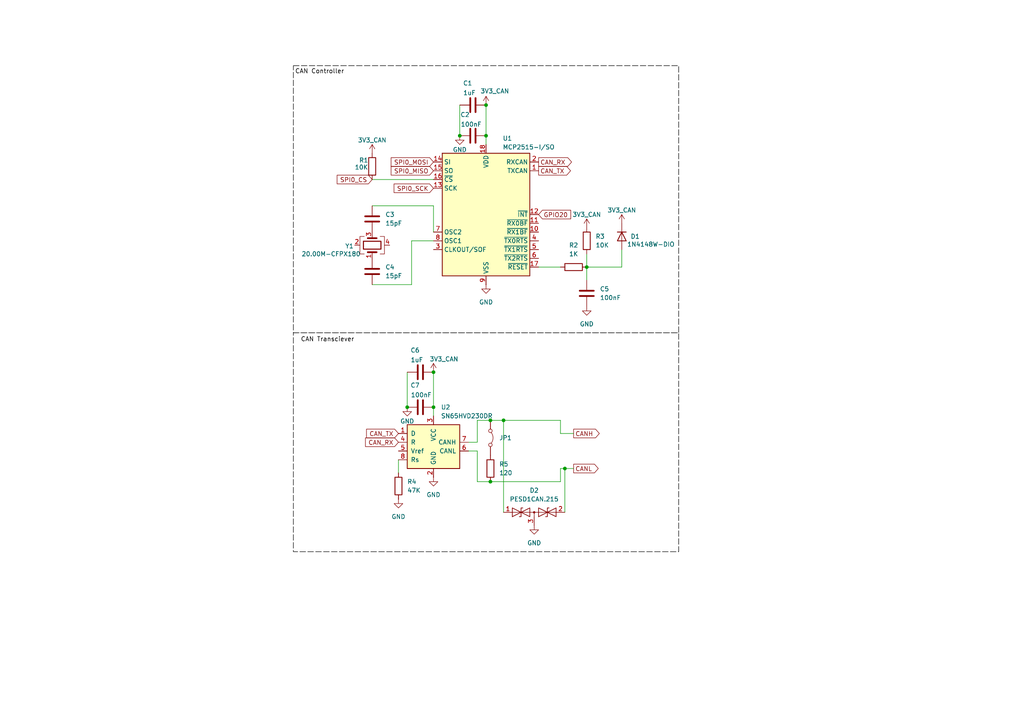
<source format=kicad_sch>
(kicad_sch (version 20250114) (generator "eeschema") (generator_version "9.0")
  (paper "A4")
  (title_block (title "CAN-Interface") (date "2025-10-26") (rev "1.0") (company "PKl"))
  (lib_symbols
    (symbol "Device:C" (pin_numbers (hide yes)) (pin_names (offset 0.254))
      (property "Reference" "C" (at 0.635 2.54 0))
      (property "Value" "C" (at 0.635 -2.54 0))
      (symbol "C_0_1"
        (polyline (pts (xy -2.032 0.762) (xy 2.032 0.762)) (stroke (width 0.508)))
        (polyline (pts (xy -2.032 -0.762) (xy 2.032 -0.762)) (stroke (width 0.508)))
      )
      (symbol "C_1_1"
        (pin passive line (at 0 3.81 270) (length 2.794) (name "~") (number "1"))
        (pin passive line (at 0 -3.81 90) (length 2.794) (name "~") (number "2"))
      )
    )
    (symbol "Device:Crystal_GND24" (pin_names (offset 1.016) (hide yes))
      (property "Reference" "Y" (at 3.175 5.08 0))
      (property "Value" "Crystal_GND24" (at 3.175 3.175 0))
      (symbol "Crystal_GND24_0_1"
        (polyline (pts (xy -2.54 2.286) (xy -2.54 3.556) (xy 2.54 3.556) (xy 2.54 2.286)))
        (polyline (pts (xy -2.54 0) (xy -2.032 0)))
        (polyline (pts (xy -2.54 -2.286) (xy -2.54 -3.556) (xy 2.54 -3.556) (xy 2.54 -2.286)))
        (polyline (pts (xy -2.032 -1.27) (xy -2.032 1.27)) (stroke (width 0.508)))
        (rectangle (start -1.143 2.54) (end 1.143 -2.54) (stroke (width 0.3048)))
        (polyline (pts (xy 0 3.556) (xy 0 3.81)))
        (polyline (pts (xy 0 -3.81) (xy 0 -3.556)))
        (polyline (pts (xy 2.032 0) (xy 2.54 0)))
        (polyline (pts (xy 2.032 -1.27) (xy 2.032 1.27)) (stroke (width 0.508)))
      )
      (symbol "Crystal_GND24_1_1"
        (pin passive line (at -3.81 0 0) (length 1.27) (name "1") (number "1"))
        (pin passive line (at 0 5.08 270) (length 1.27) (name "2") (number "2"))
        (pin passive line (at 0 -5.08 90) (length 1.27) (name "4") (number "4"))
        (pin passive line (at 3.81 0 180) (length 1.27) (name "3") (number "3"))
      )
    )
    (symbol "Device:R" (pin_numbers (hide yes)) (pin_names (offset 0))
      (property "Reference" "R" (at 2.032 0 90))
      (property "Value" "R" (at 0 0 90))
      (symbol "R_0_1"
        (rectangle (start -1.016 -2.54) (end 1.016 2.54) (stroke (width 0.254)))
      )
      (symbol "R_1_1"
        (pin passive line (at 0 3.81 270) (length 1.27) (name "~") (number "1"))
        (pin passive line (at 0 -3.81 90) (length 1.27) (name "~") (number "2"))
      )
    )
    (symbol "Diode:1N4148W" (pin_numbers (hide yes)) (pin_names (hide yes))
      (property "Reference" "D" (at 0 2.54 0))
      (property "Value" "1N4148W" (at 0 -2.54 0))
      (symbol "1N4148W_0_1"
        (polyline (pts (xy -1.27 1.27) (xy -1.27 -1.27)) (stroke (width 0.254)))
        (polyline (pts (xy 1.27 1.27) (xy 1.27 -1.27) (xy -1.27 0) (xy 1.27 1.27)) (stroke (width 0.254)))
        (polyline (pts (xy 1.27 0) (xy -1.27 0)))
      )
      (symbol "1N4148W_1_1"
        (pin passive line (at -3.81 0 0) (length 2.54) (name "K") (number "1"))
        (pin passive line (at 3.81 0 180) (length 2.54) (name "A") (number "2"))
      )
    )
    (symbol "Diode:SM712_SOT23" (pin_names (offset 1.016) (hide yes))
      (property "Reference" "D" (at 0 4.445 0))
      (property "Value" "SM712_SOT23" (at 0 2.54 0))
      (symbol "SM712_SOT23_0_0"
        (polyline (pts (xy 0 -1.27) (xy 0 0)))
      )
      (symbol "SM712_SOT23_0_1"
        (polyline (pts (xy -6.35 0) (xy 6.35 0)))
        (polyline (pts (xy -6.35 -1.27) (xy -1.27 1.27) (xy -1.27 -1.27) (xy -6.35 1.27) (xy -6.35 -1.27)) (stroke (width 0.2032)))
        (polyline (pts (xy -3.302 1.27) (xy -3.81 1.27) (xy -3.81 -1.27) (xy -4.318 -1.27)) (stroke (width 0.2032)))
        (circle (center 0 0) (radius 0.254) (fill (type outline)))
        (polyline (pts (xy 1.27 -1.27) (xy 1.27 1.27) (xy 6.35 -1.27) (xy 6.35 1.27) (xy 1.27 -1.27)) (stroke (width 0.2032)))
        (polyline (pts (xy 4.318 1.27) (xy 3.81 1.27) (xy 3.81 -1.27) (xy 3.302 -1.27)) (stroke (width 0.2032)))
      )
      (symbol "SM712_SOT23_1_1"
        (pin passive line (at -8.89 0 0) (length 2.54) (name "A1") (number "1"))
        (pin input line (at 0 -3.81 90) (length 2.54) (name "common") (number "3"))
        (pin passive line (at 8.89 0 180) (length 2.54) (name "A2") (number "2"))
      )
    )
    (symbol "Interface_CAN_LIN:MCP2515-xSO"
      (property "Reference" "U" (at -10.16 19.685 0))
      (property "Value" "MCP2515-xSO" (at 19.05 20.32 0))
      (symbol "MCP2515-xSO_0_1"
        (rectangle (start -12.7 17.78) (end 12.7 -17.78) (stroke (width 0.254)) (fill (type background)))
      )
      (symbol "MCP2515-xSO_1_1"
        (pin input line (at -15.24 15.24 0) (length 2.54) (name "SI") (number "14"))
        (pin output line (at -15.24 12.7 0) (length 2.54) (name "SO") (number "15"))
        (pin input line (at -15.24 10.16 0) (length 2.54) (name "~{CS}") (number "16"))
        (pin input line (at -15.24 7.62 0) (length 2.54) (name "SCK") (number "13"))
        (pin output line (at -15.24 -5.08 0) (length 2.54) (name "OSC2") (number "7"))
        (pin input line (at -15.24 -7.62 0) (length 2.54) (name "OSC1") (number "8"))
        (pin output line (at -15.24 -10.16 0) (length 2.54) (name "CLKOUT/SOF") (number "3"))
        (pin power_in line (at 0 20.32 270) (length 2.54) (name "VDD") (number "18"))
        (pin power_in line (at 0 -20.32 90) (length 2.54) (name "VSS") (number "9"))
        (pin input line (at 15.24 15.24 180) (length 2.54) (name "RXCAN") (number "2"))
        (pin output line (at 15.24 12.7 180) (length 2.54) (name "TXCAN") (number "1"))
        (pin output line (at 15.24 0 180) (length 2.54) (name "~{INT}") (number "12"))
        (pin output line (at 15.24 -2.54 180) (length 2.54) (name "~{RX0BF}") (number "11"))
        (pin output line (at 15.24 -5.08 180) (length 2.54) (name "~{RX1BF}") (number "10"))
        (pin input line (at 15.24 -7.62 180) (length 2.54) (name "~{TX0RTS}") (number "4"))
        (pin input line (at 15.24 -10.16 180) (length 2.54) (name "~{TX1RTS}") (number "5"))
        (pin input line (at 15.24 -12.7 180) (length 2.54) (name "~{TX2RTS}") (number "6"))
        (pin input line (at 15.24 -15.24 180) (length 2.54) (name "~{RESET}") (number "17"))
      )
    )
    (symbol "Interface_CAN_LIN:SN65HVD230" (pin_names (offset 1.016))
      (property "Reference" "U" (at -2.54 10.16 0))
      (property "Value" "SN65HVD230" (at -2.54 7.62 0))
      (symbol "SN65HVD230_0_1"
        (rectangle (start -7.62 5.08) (end 7.62 -7.62) (stroke (width 0.254)) (fill (type background)))
      )
      (symbol "SN65HVD230_1_1"
        (pin input line (at -10.16 2.54 0) (length 2.54) (name "D") (number "1"))
        (pin output line (at -10.16 0 0) (length 2.54) (name "R") (number "4"))
        (pin output line (at -10.16 -2.54 0) (length 2.54) (name "Vref") (number "5"))
        (pin input line (at -10.16 -5.08 0) (length 2.54) (name "Rs") (number "8"))
        (pin power_in line (at 0 7.62 270) (length 2.54) (name "VCC") (number "3"))
        (pin power_in line (at 0 -10.16 90) (length 2.54) (name "GND") (number "2"))
        (pin bidirectional line (at 10.16 0 180) (length 2.54) (name "CANH") (number "7"))
        (pin bidirectional line (at 10.16 -2.54 180) (length 2.54) (name "CANL") (number "6"))
      )
    )
    (symbol "Jumper:Jumper_2_Bridged" (pin_numbers (hide yes)) (pin_names (offset 0) (hide yes))
      (property "Reference" "JP" (at 0 1.905 0))
      (property "Value" "Jumper_2_Bridged" (at 0 -2.54 0))
      (symbol "Jumper_2_Bridged_0_0"
        (circle (center -2.032 0) (radius 0.508))
        (circle (center 2.032 0) (radius 0.508))
      )
      (symbol "Jumper_2_Bridged_0_1"
        (arc (start -1.524 0.254) (mid 0 0.762) (end 1.524 0.254))
      )
      (symbol "Jumper_2_Bridged_1_1"
        (pin passive line (at -5.08 0 0) (length 2.54) (name "A") (number "1"))
        (pin passive line (at 5.08 0 180) (length 2.54) (name "B") (number "2"))
      )
    )
    (symbol "power:+3.3V" (power) (pin_numbers (hide yes)) (pin_names (offset 0) (hide yes))
      (property "Value" "+3.3V" (at 0 3.556 0))
      (symbol "+3.3V_0_1"
        (polyline (pts (xy -0.762 1.27) (xy 0 2.54)))
        (polyline (pts (xy 0 2.54) (xy 0.762 1.27)))
        (polyline (pts (xy 0 0) (xy 0 2.54)))
      )
      (symbol "+3.3V_1_1"
        (pin power_in line (at 0 0 90) (length 0) (name "~") (number "1"))
      )
    )
    (symbol "power:GND" (power) (pin_numbers (hide yes)) (pin_names (offset 0) (hide yes))
      (property "Value" "GND" (at 0 -3.81 0))
      (symbol "GND_0_1"
        (polyline (pts (xy 0 0) (xy 0 -1.27) (xy 1.27 -1.27) (xy 0 -2.54) (xy -1.27 -1.27) (xy 0 -1.27)))
      )
      (symbol "GND_1_1"
        (pin power_in line (at 0 0 270) (length 0) (name "~") (number "1"))
      )
    )
  )
  (rectangle (start 85.09 19.05) (end 196.85 96.52) (stroke (width 0) (type dash) (color 0 0 0 1)))
  (rectangle (start 85.09 96.52) (end 196.85 160.02) (stroke (width 0) (type dash) (color 0 0 0 1)))
  (text "CAN Transciever" (at 94.996 98.552 0) (effects (font (size 1.27 1.27))))
  (text "CAN Controller" (at 92.71 20.828 0) (effects (font (size 1.27 1.27))))
  (junction (at 118.11 118.11))
  (junction (at 125.73 107.95))
  (junction (at 142.24 121.92))
  (junction (at 140.97 30.48))
  (junction (at 125.73 118.11))
  (junction (at 170.18 77.47))
  (junction (at 133.35 39.37))
  (junction (at 140.97 39.37))
  (junction (at 163.83 135.89))
  (junction (at 142.24 139.7))
  (junction (at 146.05 121.92))
  (wire (pts (xy 162.56 139.7) (xy 162.56 135.89)))
  (wire (pts (xy 133.35 30.48) (xy 133.35 39.37)))
  (wire (pts (xy 135.89 128.27) (xy 138.43 128.27)))
  (wire (pts (xy 107.95 52.07) (xy 125.73 52.07)))
  (wire (pts (xy 118.11 107.95) (xy 118.11 118.11)))
  (wire (pts (xy 170.18 77.47) (xy 180.34 77.47)))
  (wire (pts (xy 146.05 121.92) (xy 146.05 148.59)))
  (wire (pts (xy 125.73 69.85) (xy 119.38 69.85)))
  (wire (pts (xy 125.73 59.69) (xy 125.73 67.31)))
  (wire (pts (xy 115.57 133.35) (xy 115.57 137.16)))
  (wire (pts (xy 138.43 130.81) (xy 138.43 139.7)))
  (wire (pts (xy 125.73 118.11) (xy 125.73 120.65)))
  (wire (pts (xy 138.43 121.92) (xy 142.24 121.92)))
  (wire (pts (xy 119.38 82.55) (xy 107.95 82.55)))
  (wire (pts (xy 170.18 73.66) (xy 170.18 77.47)))
  (wire (pts (xy 162.56 125.73) (xy 166.37 125.73)))
  (wire (pts (xy 125.73 107.95) (xy 125.73 118.11)))
  (wire (pts (xy 163.83 135.89) (xy 163.83 148.59)))
  (wire (pts (xy 162.56 135.89) (xy 163.83 135.89)))
  (wire (pts (xy 156.21 77.47) (xy 162.56 77.47)))
  (wire (pts (xy 162.56 121.92) (xy 162.56 125.73)))
  (wire (pts (xy 142.24 121.92) (xy 146.05 121.92)))
  (wire (pts (xy 107.95 59.69) (xy 125.73 59.69)))
  (wire (pts (xy 146.05 121.92) (xy 162.56 121.92)))
  (wire (pts (xy 119.38 69.85) (xy 119.38 82.55)))
  (wire (pts (xy 140.97 39.37) (xy 140.97 41.91)))
  (wire (pts (xy 135.89 130.81) (xy 138.43 130.81)))
  (wire (pts (xy 138.43 121.92) (xy 138.43 128.27)))
  (wire (pts (xy 163.83 135.89) (xy 166.37 135.89)))
  (wire (pts (xy 170.18 77.47) (xy 170.18 81.28)))
  (wire (pts (xy 138.43 139.7) (xy 142.24 139.7)))
  (wire (pts (xy 180.34 77.47) (xy 180.34 72.39)))
  (wire (pts (xy 140.97 30.48) (xy 140.97 39.37)))
  (wire (pts (xy 142.24 139.7) (xy 162.56 139.7)))
  (global_label "CAN_TX" (shape input) (at 115.57 125.73 180) (property "Intersheetrefs" "${INTERSHEET_REFS}" (effects (hide yes))))
  (global_label "CAN_RX" (shape output) (at 156.21 46.99 0) (property "Intersheetrefs" "${INTERSHEET_REFS}" (effects (hide yes))))
  (global_label "CANL" (shape output) (at 166.37 135.89 0) (property "Intersheetrefs" "${INTERSHEET_REFS}" (effects (hide yes))))
  (global_label "CAN_RX" (shape input) (at 115.57 128.27 180) (property "Intersheetrefs" "${INTERSHEET_REFS}" (effects (hide yes))))
  (global_label "SPI0_CS" (shape input) (at 107.95 52.07 180) (property "Intersheetrefs" "${INTERSHEET_REFS}" (effects (hide yes))))
  (global_label "CANH" (shape output) (at 166.37 125.73 0) (property "Intersheetrefs" "${INTERSHEET_REFS}" (effects (hide yes))))
  (global_label "SPI0_SCK" (shape input) (at 125.73 54.61 180) (property "Intersheetrefs" "${INTERSHEET_REFS}" (effects (hide yes))))
  (global_label "SPI0_MISO" (shape input) (at 125.73 49.53 180) (property "Intersheetrefs" "${INTERSHEET_REFS}" (effects (hide yes))))
  (global_label "GPIO20" (shape input) (at 156.21 62.23 0) (property "Intersheetrefs" "${INTERSHEET_REFS}" (effects (hide yes))))
  (global_label "SPI0_MOSI" (shape input) (at 125.73 46.99 180) (property "Intersheetrefs" "${INTERSHEET_REFS}" (effects (hide yes))))
  (global_label "CAN_TX" (shape output) (at 156.21 49.53 0) (property "Intersheetrefs" "${INTERSHEET_REFS}" (effects (hide yes))))
  (symbol (lib_id "Device:R") (at 115.57 140.97 0) (unit 1)
    (property "Reference" "R4" (at 118.11 139.6999 0) (effects (justify left)))
    (property "Value" "47K" (at 118.11 142.2399 0) (effects (justify left)))
    (property "Footprint" "Resistor_SMD:R_0805_2012Metric" (effects (hide yes)))
    (property "Description" "Resistor" (effects (hide yes)))
  )
  (symbol (lib_id "power:GND") (at 118.11 118.11 0) (unit 1)
    (property "Reference" "#PWR014" (effects (hide yes)))
    (property "Value" "GND" (at 118.11 122.174 0))
    (property "Description" "Power symbol creates a global label with name \"GND\" , ground" (effects (hide yes)))
  )
  (symbol (lib_id "power:GND") (at 125.73 138.43 0) (unit 1)
    (property "Reference" "#PWR012" (effects (hide yes)))
    (property "Value" "GND" (at 125.73 143.51 0))
    (property "Description" "Power symbol creates a global label with name \"GND\" , ground" (effects (hide yes)))
  )
  (symbol (lib_id "Device:C") (at 137.16 39.37 270) (unit 1)
    (property "Reference" "C2" (at 134.874 33.274 90))
    (property "Value" "100nF" (at 136.652 36.068 90))
    (property "Footprint" "Capacitor_SMD:C_0805_2012Metric" (effects (hide yes)))
    (property "Description" "Unpolarized capacitor" (effects (hide yes)))
  )
  (symbol (lib_id "power:+3.3V") (at 107.95 44.45 0) (unit 1)
    (property "Reference" "#PWR017" (effects (hide yes)))
    (property "Value" "3V3_CAN" (at 107.95 40.64 0))
    (property "Description" "Power symbol creates a global label with name \"+3.3V\"" (effects (hide yes)))
  )
  (symbol (lib_id "power:+3.3V") (at 125.73 107.95 0) (unit 1)
    (property "Reference" "#PWR011" (effects (hide yes)))
    (property "Value" "3V3_CAN" (at 128.778 104.14 0))
    (property "Description" "Power symbol creates a global label with name \"+3.3V\"" (effects (hide yes)))
  )
  (symbol (lib_id "Device:R") (at 107.95 48.26 0) (unit 1)
    (property "Reference" "R1" (at 104.14 46.482 0) (effects (justify left)))
    (property "Value" "10K" (at 102.87 48.514 0) (effects (justify left)))
    (property "Footprint" "Resistor_SMD:R_0805_2012Metric" (effects (hide yes)))
    (property "Description" "Resistor" (effects (hide yes)))
  )
  (symbol (lib_id "power:+3.3V") (at 180.34 64.77 0) (unit 1)
    (property "Reference" "#PWR09" (effects (hide yes)))
    (property "Value" "3V3_CAN" (at 180.34 60.96 0))
    (property "Description" "Power symbol creates a global label with name \"+3.3V\"" (effects (hide yes)))
  )
  (symbol (lib_id "Jumper:Jumper_2_Bridged") (at 142.24 127 270) (unit 1)
    (property "Reference" "JP1" (at 144.78 126.9999 90) (effects (justify left)))
    (property "Value" "Jumper_2_Bridged" (effects (hide yes)))
    (property "Footprint" "Connector_PinHeader_2.54mm:PinHeader_1x02_P2.54mm_Vertical" (effects (hide yes)))
    (property "Description" "Jumper, 2-pole, closed/bridged" (effects (hide yes)))
  )
  (symbol (lib_id "power:GND") (at 140.97 82.55 0) (unit 1)
    (property "Reference" "#PWR06" (effects (hide yes)))
    (property "Value" "GND" (at 140.97 87.63 0))
    (property "Description" "Power symbol creates a global label with name \"GND\" , ground" (effects (hide yes)))
  )
  (symbol (lib_id "power:GND") (at 154.94 152.4 0) (unit 1)
    (property "Reference" "#PWR015" (effects (hide yes)))
    (property "Value" "GND" (at 154.94 157.48 0))
    (property "Description" "Power symbol creates a global label with name \"GND\" , ground" (effects (hide yes)))
  )
  (symbol (lib_id "power:GND") (at 170.18 88.9 0) (unit 1)
    (property "Reference" "#PWR08" (effects (hide yes)))
    (property "Value" "GND" (at 170.18 93.98 0))
    (property "Description" "Power symbol creates a global label with name \"GND\" , ground" (effects (hide yes)))
  )
  (symbol (lib_id "power:GND") (at 115.57 144.78 0) (unit 1)
    (property "Reference" "#PWR013" (effects (hide yes)))
    (property "Value" "GND" (at 115.57 149.86 0))
    (property "Description" "Power symbol creates a global label with name \"GND\" , ground" (effects (hide yes)))
  )
  (symbol (lib_id "Device:C") (at 170.18 85.09 0) (unit 1)
    (property "Reference" "C5" (at 173.99 83.8199 0) (effects (justify left)))
    (property "Value" "100nF" (at 173.99 86.3599 0) (effects (justify left)))
    (property "Footprint" "Capacitor_SMD:C_0805_2012Metric" (effects (hide yes)))
    (property "Description" "Unpolarized capacitor" (effects (hide yes)))
  )
  (symbol (lib_id "Diode:1N4148W") (at 180.34 68.58 270) (unit 1)
    (property "Reference" "D1" (at 182.88 68.58 90) (effects (justify left)))
    (property "Value" "1N4148W-DIO" (at 181.864 70.866 90) (effects (justify left)))
    (property "Footprint" "Diode_SMD:D_SOD-123F" (effects (hide yes)))
    (property "Datasheet" "https://www.vishay.com/docs/85748/1n4148w.pdf" (effects (hide yes)))
    (property "Description" "75V 0.15A Fast Switching Diode, SOD-123" (effects (hide yes)))
    (property "Sim.Device" "D" (effects (hide yes)))
    (property "Sim.Pins" "1=K 2=A" (effects (hide yes)))
  )
  (symbol (lib_id "Interface_CAN_LIN:MCP2515-xSO") (at 140.97 62.23 0) (unit 1)
    (property "Reference" "U1" (at 145.796 40.132 0) (effects (justify left)))
    (property "Value" "MCP2515-I/SO" (at 145.796 42.672 0) (effects (justify left)))
    (property "Footprint" "Package_SO:SOIC-18W_7.5x11.6mm_P1.27mm" (effects (hide yes)))
    (property "Datasheet" "http://ww1.microchip.com/downloads/en/DeviceDoc/21801e.pdf" (effects (hide yes)))
    (property "Description" "Stand-Alone CAN Controller with SPI Interface, SOIC-18" (effects (hide yes)))
  )
  (symbol (lib_id "Device:R") (at 166.37 77.47 270) (unit 1)
    (property "Reference" "R2" (at 166.37 71.12 90))
    (property "Value" "1K" (at 166.37 73.66 90))
    (property "Footprint" "Resistor_SMD:R_0805_2012Metric" (effects (hide yes)))
    (property "Description" "Resistor" (effects (hide yes)))
  )
  (symbol (lib_id "Diode:SM712_SOT23") (at 154.94 148.59 0) (unit 1)
    (property "Reference" "D2" (at 154.94 142.24 0))
    (property "Value" "PESD1CAN.215" (at 154.94 144.78 0))
    (property "Footprint" "Package_TO_SOT_SMD:SOT-23" (effects (hide yes)))
    (property "Datasheet" "https://www.littelfuse.com/~/media/electronics/datasheets/tvs_diode_arrays/littelfuse_tvs_diode_array_sm712_datasheet.pdf.pdf" (effects (hide yes)))
    (property "Description" "7V/12V, 600W Asymmetrical TVS Diode Array, SOT-23" (effects (hide yes)))
  )
  (symbol (lib_id "Device:C") (at 107.95 78.74 0) (unit 1)
    (property "Reference" "C4" (at 111.76 77.4699 0) (effects (justify left)))
    (property "Value" "15pF" (at 111.76 80.0099 0) (effects (justify left)))
    (property "Footprint" "Capacitor_SMD:C_0805_2012Metric" (effects (hide yes)))
    (property "Description" "Unpolarized capacitor" (effects (hide yes)))
  )
  (symbol (lib_id "power:+3.3V") (at 170.18 66.04 0) (unit 1)
    (property "Reference" "#PWR07" (effects (hide yes)))
    (property "Value" "3V3_CAN" (at 170.18 62.23 0))
    (property "Description" "Power symbol creates a global label with name \"+3.3V\"" (effects (hide yes)))
  )
  (symbol (lib_id "Interface_CAN_LIN:SN65HVD230") (at 125.73 128.27 0) (unit 1)
    (property "Reference" "U2" (at 127.8733 118.11 0) (effects (justify left)))
    (property "Value" "SN65HVD230DR" (at 127.8733 120.65 0) (effects (justify left)))
    (property "Footprint" "Package_SO:SOIC-8_3.9x4.9mm_P1.27mm" (effects (hide yes)))
    (property "Datasheet" "http://www.ti.com/lit/ds/symlink/sn65hvd230.pdf" (effects (hide yes)))
    (property "Description" "CAN Bus Transceivers, 3.3V, 1Mbps, Low-Power capabilities, SOIC-8" (effects (hide yes)))
  )
  (symbol (lib_id "Device:R") (at 142.24 135.89 0) (unit 1)
    (property "Reference" "R5" (at 144.78 134.6199 0) (effects (justify left)))
    (property "Value" "120" (at 144.78 137.1599 0) (effects (justify left)))
    (property "Footprint" "Resistor_SMD:R_0805_2012Metric" (effects (hide yes)))
    (property "Description" "Resistor" (effects (hide yes)))
  )
  (symbol (lib_id "Device:Crystal_GND24") (at 107.95 71.12 90) (unit 1)
    (property "Reference" "Y1" (at 101.346 71.374 90))
    (property "Value" "20.00M-CFPX180" (at 96.012 73.66 90))
    (property "Footprint" "Crystal:Crystal_SMD_3225-4Pin_3.2x2.5mm" (effects (hide yes)))
    (property "Description" "Four pin crystal, GND on pins 2 and 4" (effects (hide yes)))
  )
  (symbol (lib_id "Device:C") (at 137.16 30.48 270) (unit 1)
    (property "Reference" "C1" (at 135.636 24.13 90))
    (property "Value" "1uF" (at 136.144 26.924 90))
    (property "Footprint" "Capacitor_SMD:C_0603_1608Metric" (effects (hide yes)))
    (property "Description" "Unpolarized capacitor" (effects (hide yes)))
  )
  (symbol (lib_id "Device:C") (at 121.92 107.95 270) (unit 1)
    (property "Reference" "C6" (at 120.396 101.6 90))
    (property "Value" "1uF" (at 120.904 104.394 90))
    (property "Footprint" "Capacitor_SMD:C_0603_1608Metric" (effects (hide yes)))
    (property "Description" "Unpolarized capacitor" (effects (hide yes)))
  )
  (symbol (lib_id "Device:R") (at 170.18 69.85 0) (unit 1)
    (property "Reference" "R3" (at 172.72 68.5799 0) (effects (justify left)))
    (property "Value" "10K" (at 172.72 71.1199 0) (effects (justify left)))
    (property "Footprint" "Resistor_SMD:R_0805_2012Metric" (effects (hide yes)))
    (property "Description" "Resistor" (effects (hide yes)))
  )
  (symbol (lib_id "Device:C") (at 107.95 63.5 0) (unit 1)
    (property "Reference" "C3" (at 111.76 62.2299 0) (effects (justify left)))
    (property "Value" "15pF" (at 111.76 64.7699 0) (effects (justify left)))
    (property "Footprint" "Capacitor_SMD:C_0805_2012Metric" (effects (hide yes)))
    (property "Description" "Unpolarized capacitor" (effects (hide yes)))
  )
  (symbol (lib_id "power:GND") (at 133.35 39.37 0) (unit 1)
    (property "Reference" "#PWR010" (effects (hide yes)))
    (property "Value" "GND" (at 133.35 43.434 0))
    (property "Description" "Power symbol creates a global label with name \"GND\" , ground" (effects (hide yes)))
  )
  (symbol (lib_id "power:+3.3V") (at 140.97 30.48 0) (unit 1)
    (property "Reference" "#PWR05" (effects (hide yes)))
    (property "Value" "3V3_CAN" (at 143.51 26.416 0))
    (property "Description" "Power symbol creates a global label with name \"+3.3V\"" (effects (hide yes)))
  )
  (symbol (lib_id "Device:C") (at 121.92 118.11 270) (unit 1)
    (property "Reference" "C7" (at 120.396 111.76 90))
    (property "Value" "100nF" (at 122.174 114.554 90))
    (property "Footprint" "Capacitor_SMD:C_0805_2012Metric" (effects (hide yes)))
    (property "Description" "Unpolarized capacitor" (effects (hide yes)))
  )
)
</source>
